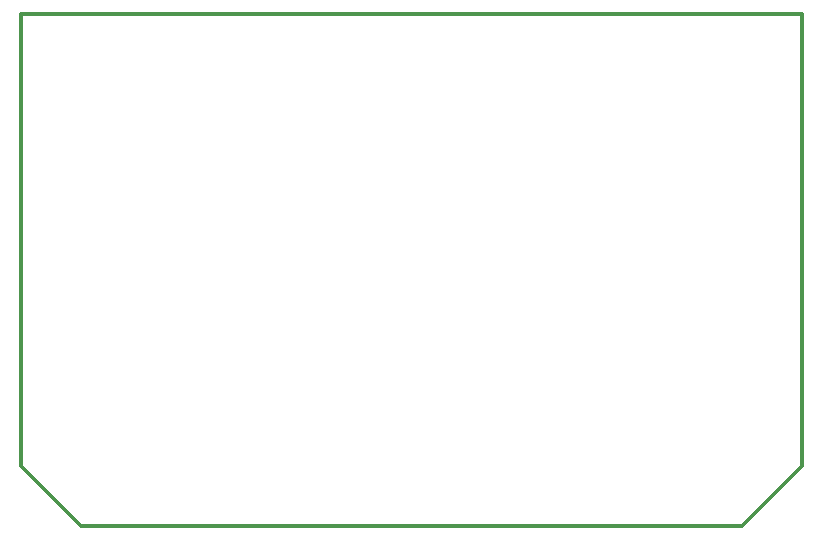
<source format=gbr>
%TF.GenerationSoftware,KiCad,Pcbnew,(5.1.10)-1*%
%TF.CreationDate,2022-08-09T19:56:00-06:00*%
%TF.ProjectId,storage,73746f72-6167-4652-9e6b-696361645f70,rev?*%
%TF.SameCoordinates,Original*%
%TF.FileFunction,Profile,NP*%
%FSLAX46Y46*%
G04 Gerber Fmt 4.6, Leading zero omitted, Abs format (unit mm)*
G04 Created by KiCad (PCBNEW (5.1.10)-1) date 2022-08-09 19:56:00*
%MOMM*%
%LPD*%
G01*
G04 APERTURE LIST*
%TA.AperFunction,Profile*%
%ADD10C,0.300000*%
%TD*%
G04 APERTURE END LIST*
D10*
X367665000Y-265430000D02*
X433740560Y-265430000D01*
X372745000Y-308797960D02*
X367665000Y-303717960D01*
X372745000Y-308797960D02*
X428660560Y-308797960D01*
X428660560Y-308797960D02*
X433740560Y-303717960D01*
X367665000Y-303717960D02*
X367665000Y-265430000D01*
X433740560Y-303717960D02*
X433740560Y-265430000D01*
M02*

</source>
